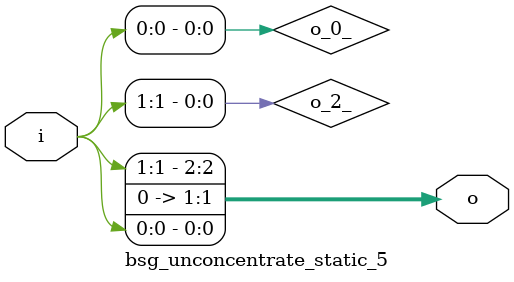
<source format=v>

module bsg_unconcentrate_static_5
(
  i,
  o
);

  input [1:0] i;
  output [2:0] o;
  wire [2:0] o;
  wire o_2_,o_0_;
  assign o[1] = 1'b0;
  assign o_2_ = i[1];
  assign o[2] = o_2_;
  assign o_0_ = i[0];
  assign o[0] = o_0_;

endmodule
</source>
